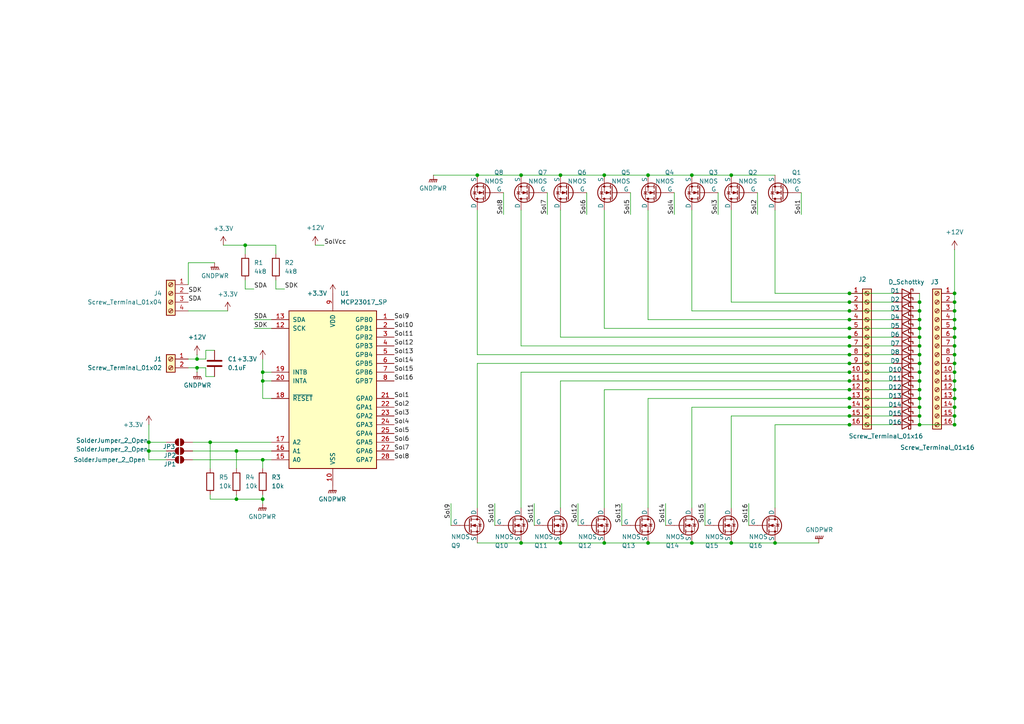
<source format=kicad_sch>
(kicad_sch (version 20250114) (generator "eeschema") (generator_version "9.0")
  (paper "A4")
  (lib_symbols
    (symbol "Connector:Screw_Terminal_01x02" (pin_names (offset 1.016) (hide yes))
      (property "Reference" "J" (at 0 2.54 0))
      (property "Value" "Screw_Terminal_01x02" (at 0 -5.08 0))
      (symbol "Screw_Terminal_01x02_1_1"
        (rectangle (start -1.27 1.27) (end 1.27 -3.81) (stroke (width 0.254)) (fill (type background)))
        (polyline (pts (xy -0.5334 0.3302) (xy 0.3302 -0.508)) (stroke (width 0.1524)))
        (polyline (pts (xy -0.5334 -2.2098) (xy 0.3302 -3.048)) (stroke (width 0.1524)))
        (polyline (pts (xy -0.3556 0.508) (xy 0.508 -0.3302)) (stroke (width 0.1524)))
        (polyline (pts (xy -0.3556 -2.032) (xy 0.508 -2.8702)) (stroke (width 0.1524)))
        (circle (center 0 0) (radius 0.635) (stroke (width 0.1524)))
        (circle (center 0 -2.54) (radius 0.635) (stroke (width 0.1524)))
        (pin passive line (at -5.08 0 0) (length 3.81) (name "Pin_1") (number "1"))
        (pin passive line (at -5.08 -2.54 0) (length 3.81) (name "Pin_2") (number "2"))
      )
    )
    (symbol "Connector:Screw_Terminal_01x04" (pin_names (offset 1.016) (hide yes))
      (property "Reference" "J" (at 0 5.08 0))
      (property "Value" "Screw_Terminal_01x04" (at 0 -7.62 0))
      (symbol "Screw_Terminal_01x04_1_1"
        (rectangle (start -1.27 3.81) (end 1.27 -6.35) (stroke (width 0.254)) (fill (type background)))
        (polyline (pts (xy -0.5334 2.8702) (xy 0.3302 2.032)) (stroke (width 0.1524)))
        (polyline (pts (xy -0.5334 0.3302) (xy 0.3302 -0.508)) (stroke (width 0.1524)))
        (polyline (pts (xy -0.5334 -2.2098) (xy 0.3302 -3.048)) (stroke (width 0.1524)))
        (polyline (pts (xy -0.5334 -4.7498) (xy 0.3302 -5.588)) (stroke (width 0.1524)))
        (polyline (pts (xy -0.3556 3.048) (xy 0.508 2.2098)) (stroke (width 0.1524)))
        (polyline (pts (xy -0.3556 0.508) (xy 0.508 -0.3302)) (stroke (width 0.1524)))
        (polyline (pts (xy -0.3556 -2.032) (xy 0.508 -2.8702)) (stroke (width 0.1524)))
        (polyline (pts (xy -0.3556 -4.572) (xy 0.508 -5.4102)) (stroke (width 0.1524)))
        (circle (center 0 2.54) (radius 0.635) (stroke (width 0.1524)))
        (circle (center 0 0) (radius 0.635) (stroke (width 0.1524)))
        (circle (center 0 -2.54) (radius 0.635) (stroke (width 0.1524)))
        (circle (center 0 -5.08) (radius 0.635) (stroke (width 0.1524)))
        (pin passive line (at -5.08 2.54 0) (length 3.81) (name "Pin_1") (number "1"))
        (pin passive line (at -5.08 0 0) (length 3.81) (name "Pin_2") (number "2"))
        (pin passive line (at -5.08 -2.54 0) (length 3.81) (name "Pin_3") (number "3"))
        (pin passive line (at -5.08 -5.08 0) (length 3.81) (name "Pin_4") (number "4"))
      )
    )
    (symbol "Connector:Screw_Terminal_01x16" (pin_names (offset 1.016) (hide yes))
      (property "Reference" "J" (at 0 20.32 0))
      (property "Value" "Screw_Terminal_01x16" (at 0 -22.86 0))
      (symbol "Screw_Terminal_01x16_1_1"
        (rectangle (start -1.27 19.05) (end 1.27 -21.59) (stroke (width 0.254)) (fill (type background)))
        (polyline (pts (xy -0.5334 18.1102) (xy 0.3302 17.272)) (stroke (width 0.1524)))
        (polyline (pts (xy -0.5334 15.5702) (xy 0.3302 14.732)) (stroke (width 0.1524)))
        (polyline (pts (xy -0.5334 13.0302) (xy 0.3302 12.192)) (stroke (width 0.1524)))
        (polyline (pts (xy -0.5334 10.4902) (xy 0.3302 9.652)) (stroke (width 0.1524)))
        (polyline (pts (xy -0.5334 7.9502) (xy 0.3302 7.112)) (stroke (width 0.1524)))
        (polyline (pts (xy -0.5334 5.4102) (xy 0.3302 4.572)) (stroke (width 0.1524)))
        (polyline (pts (xy -0.5334 2.8702) (xy 0.3302 2.032)) (stroke (width 0.1524)))
        (polyline (pts (xy -0.5334 0.3302) (xy 0.3302 -0.508)) (stroke (width 0.1524)))
        (polyline (pts (xy -0.5334 -2.2098) (xy 0.3302 -3.048)) (stroke (width 0.1524)))
        (polyline (pts (xy -0.5334 -4.7498) (xy 0.3302 -5.588)) (stroke (width 0.1524)))
        (polyline (pts (xy -0.5334 -7.2898) (xy 0.3302 -8.128)) (stroke (width 0.1524)))
        (polyline (pts (xy -0.5334 -9.8298) (xy 0.3302 -10.668)) (stroke (width 0.1524)))
        (polyline (pts (xy -0.5334 -12.3698) (xy 0.3302 -13.208)) (stroke (width 0.1524)))
        (polyline (pts (xy -0.5334 -14.9098) (xy 0.3302 -15.748)) (stroke (width 0.1524)))
        (polyline (pts (xy -0.5334 -17.4498) (xy 0.3302 -18.288)) (stroke (width 0.1524)))
        (polyline (pts (xy -0.5334 -19.9898) (xy 0.3302 -20.828)) (stroke (width 0.1524)))
        (polyline (pts (xy -0.3556 18.288) (xy 0.508 17.4498)) (stroke (width 0.1524)))
        (polyline (pts (xy -0.3556 15.748) (xy 0.508 14.9098)) (stroke (width 0.1524)))
        (polyline (pts (xy -0.3556 13.208) (xy 0.508 12.3698)) (stroke (width 0.1524)))
        (polyline (pts (xy -0.3556 10.668) (xy 0.508 9.8298)) (stroke (width 0.1524)))
        (polyline (pts (xy -0.3556 8.128) (xy 0.508 7.2898)) (stroke (width 0.1524)))
        (polyline (pts (xy -0.3556 5.588) (xy 0.508 4.7498)) (stroke (width 0.1524)))
        (polyline (pts (xy -0.3556 3.048) (xy 0.508 2.2098)) (stroke (width 0.1524)))
        (polyline (pts (xy -0.3556 0.508) (xy 0.508 -0.3302)) (stroke (width 0.1524)))
        (polyline (pts (xy -0.3556 -2.032) (xy 0.508 -2.8702)) (stroke (width 0.1524)))
        (polyline (pts (xy -0.3556 -4.572) (xy 0.508 -5.4102)) (stroke (width 0.1524)))
        (polyline (pts (xy -0.3556 -7.112) (xy 0.508 -7.9502)) (stroke (width 0.1524)))
        (polyline (pts (xy -0.3556 -9.652) (xy 0.508 -10.4902)) (stroke (width 0.1524)))
        (polyline (pts (xy -0.3556 -12.192) (xy 0.508 -13.0302)) (stroke (width 0.1524)))
        (polyline (pts (xy -0.3556 -14.732) (xy 0.508 -15.5702)) (stroke (width 0.1524)))
        (polyline (pts (xy -0.3556 -17.272) (xy 0.508 -18.1102)) (stroke (width 0.1524)))
        (polyline (pts (xy -0.3556 -19.812) (xy 0.508 -20.6502)) (stroke (width 0.1524)))
        (circle (center 0 17.78) (radius 0.635) (stroke (width 0.1524)))
        (circle (center 0 15.24) (radius 0.635) (stroke (width 0.1524)))
        (circle (center 0 12.7) (radius 0.635) (stroke (width 0.1524)))
        (circle (center 0 10.16) (radius 0.635) (stroke (width 0.1524)))
        (circle (center 0 7.62) (radius 0.635) (stroke (width 0.1524)))
        (circle (center 0 5.08) (radius 0.635) (stroke (width 0.1524)))
        (circle (center 0 2.54) (radius 0.635) (stroke (width 0.1524)))
        (circle (center 0 0) (radius 0.635) (stroke (width 0.1524)))
        (circle (center 0 -2.54) (radius 0.635) (stroke (width 0.1524)))
        (circle (center 0 -5.08) (radius 0.635) (stroke (width 0.1524)))
        (circle (center 0 -7.62) (radius 0.635) (stroke (width 0.1524)))
        (circle (center 0 -10.16) (radius 0.635) (stroke (width 0.1524)))
        (circle (center 0 -12.7) (radius 0.635) (stroke (width 0.1524)))
        (circle (center 0 -15.24) (radius 0.635) (stroke (width 0.1524)))
        (circle (center 0 -17.78) (radius 0.635) (stroke (width 0.1524)))
        (circle (center 0 -20.32) (radius 0.635) (stroke (width 0.1524)))
        (pin passive line (at -5.08 17.78 0) (length 3.81) (name "Pin_1") (number "1"))
        (pin passive line (at -5.08 15.24 0) (length 3.81) (name "Pin_2") (number "2"))
        (pin passive line (at -5.08 12.7 0) (length 3.81) (name "Pin_3") (number "3"))
        (pin passive line (at -5.08 10.16 0) (length 3.81) (name "Pin_4") (number "4"))
        (pin passive line (at -5.08 7.62 0) (length 3.81) (name "Pin_5") (number "5"))
        (pin passive line (at -5.08 5.08 0) (length 3.81) (name "Pin_6") (number "6"))
        (pin passive line (at -5.08 2.54 0) (length 3.81) (name "Pin_7") (number "7"))
        (pin passive line (at -5.08 0 0) (length 3.81) (name "Pin_8") (number "8"))
        (pin passive line (at -5.08 -2.54 0) (length 3.81) (name "Pin_9") (number "9"))
        (pin passive line (at -5.08 -5.08 0) (length 3.81) (name "Pin_10") (number "10"))
        (pin passive line (at -5.08 -7.62 0) (length 3.81) (name "Pin_11") (number "11"))
        (pin passive line (at -5.08 -10.16 0) (length 3.81) (name "Pin_12") (number "12"))
        (pin passive line (at -5.08 -12.7 0) (length 3.81) (name "Pin_13") (number "13"))
        (pin passive line (at -5.08 -15.24 0) (length 3.81) (name "Pin_14") (number "14"))
        (pin passive line (at -5.08 -17.78 0) (length 3.81) (name "Pin_15") (number "15"))
        (pin passive line (at -5.08 -20.32 0) (length 3.81) (name "Pin_16") (number "16"))
      )
    )
    (symbol "Device:C" (pin_numbers (hide yes)) (pin_names (offset 0.254))
      (property "Reference" "C2" (at 0.635 2.54 0))
      (property "Value" "0.1uF" (at 0.635 -2.54 0))
      (symbol "C_0_1"
        (polyline (pts (xy -2.032 0.762) (xy 2.032 0.762)) (stroke (width 0.508)))
        (polyline (pts (xy -2.032 -0.762) (xy 2.032 -0.762)) (stroke (width 0.508)))
      )
      (symbol "C_1_1"
        (pin passive line (at 0 3.81 270) (length 2.794) (name "~") (number "1"))
        (pin passive line (at 0 -3.81 90) (length 2.794) (name "~") (number "2"))
      )
    )
    (symbol "Device:D_Schottky" (pin_numbers (hide yes)) (pin_names (offset 1.016) (hide yes))
      (property "Reference" "D" (at 0 2.54 0))
      (property "Value" "D_Schottky" (at 0 -2.54 0))
      (symbol "D_Schottky_0_1"
        (polyline (pts (xy -1.905 0.635) (xy -1.905 1.27) (xy -1.27 1.27) (xy -1.27 -1.27) (xy -0.635 -1.27) (xy -0.635 -0.635)) (stroke (width 0.254)))
        (polyline (pts (xy 1.27 1.27) (xy 1.27 -1.27) (xy -1.27 0) (xy 1.27 1.27)) (stroke (width 0.254)))
        (polyline (pts (xy 1.27 0) (xy -1.27 0)))
      )
      (symbol "D_Schottky_1_1"
        (pin passive line (at -3.81 0 0) (length 2.54) (name "K") (number "1"))
        (pin passive line (at 3.81 0 180) (length 2.54) (name "A") (number "2"))
      )
    )
    (symbol "Device:R" (pin_numbers (hide yes)) (pin_names (offset 0))
      (property "Reference" "33k" (at 4.064 -0.254 0))
      (property "Value" "R4" (at 3.81 1.778 0))
      (symbol "R_0_1"
        (rectangle (start -1.016 2.54) (end 1.016 -2.54) (stroke (width 0.254)))
      )
      (symbol "R_1_1"
        (pin passive line (at 0 3.81 270) (length 1.27) (name "~") (number "1"))
        (pin passive line (at 0 -3.81 90) (length 1.27) (name "~") (number "2"))
      )
    )
    (symbol "Interface_Expansion:MCP23017_SP" (pin_names (offset 1.016))
      (property "Reference" "U" (at -11.43 24.13 0))
      (property "Value" "MCP23017_SP" (at 0 0 0))
      (symbol "MCP23017_SP_0_1"
        (rectangle (start -12.7 22.86) (end 12.7 -22.86) (stroke (width 0.254)) (fill (type background)))
      )
      (symbol "MCP23017_SP_1_1"
        (pin bidirectional line (at -17.78 20.32 0) (length 5.08) (name "SDA") (number "13"))
        (pin input line (at -17.78 17.78 0) (length 5.08) (name "SCK") (number "12"))
        (pin tri_state line (at -17.78 5.08 0) (length 5.08) (name "INTB") (number "19"))
        (pin tri_state line (at -17.78 2.54 0) (length 5.08) (name "INTA") (number "20"))
        (pin input line (at -17.78 -2.54 0) (length 5.08) (name "~{RESET}") (number "18"))
        (pin input line (at -17.78 -15.24 0) (length 5.08) (name "A2") (number "17"))
        (pin input line (at -17.78 -17.78 0) (length 5.08) (name "A1") (number "16"))
        (pin input line (at -17.78 -20.32 0) (length 5.08) (name "A0") (number "15"))
        (pin no_connect line (at -12.7 15.24 0) (length 5.08) (hide yes) (name "NC") (number "11"))
        (pin no_connect line (at -12.7 12.7 0) (length 5.08) (hide yes) (name "NC") (number "14"))
        (pin power_in line (at 0 27.94 270) (length 5.08) (name "VDD") (number "9"))
        (pin power_in line (at 0 -27.94 90) (length 5.08) (name "VSS") (number "10"))
        (pin bidirectional line (at 17.78 20.32 180) (length 5.08) (name "GPB0") (number "1"))
        (pin bidirectional line (at 17.78 17.78 180) (length 5.08) (name "GPB1") (number "2"))
        (pin bidirectional line (at 17.78 15.24 180) (length 5.08) (name "GPB2") (number "3"))
        (pin bidirectional line (at 17.78 12.7 180) (length 5.08) (name "GPB3") (number "4"))
        (pin bidirectional line (at 17.78 10.16 180) (length 5.08) (name "GPB4") (number "5"))
        (pin bidirectional line (at 17.78 7.62 180) (length 5.08) (name "GPB5") (number "6"))
        (pin bidirectional line (at 17.78 5.08 180) (length 5.08) (name "GPB6") (number "7"))
        (pin output line (at 17.78 2.54 180) (length 5.08) (name "GPB7") (number "8"))
        (pin bidirectional line (at 17.78 -2.54 180) (length 5.08) (name "GPA0") (number "21"))
        (pin bidirectional line (at 17.78 -5.08 180) (length 5.08) (name "GPA1") (number "22"))
        (pin bidirectional line (at 17.78 -7.62 180) (length 5.08) (name "GPA2") (number "23"))
        (pin bidirectional line (at 17.78 -10.16 180) (length 5.08) (name "GPA3") (number "24"))
        (pin bidirectional line (at 17.78 -12.7 180) (length 5.08) (name "GPA4") (number "25"))
        (pin bidirectional line (at 17.78 -15.24 180) (length 5.08) (name "GPA5") (number "26"))
        (pin bidirectional line (at 17.78 -17.78 180) (length 5.08) (name "GPA6") (number "27"))
        (pin output line (at 17.78 -20.32 180) (length 5.08) (name "GPA7") (number "28"))
      )
    )
    (symbol "Jumper:SolderJumper_2_Open" (pin_numbers (hide yes)) (pin_names (offset 0) (hide yes)) (in_bom no)
      (property "Reference" "JP" (at 0 2.032 0))
      (property "Value" "SolderJumper_2_Open" (at 0 -2.54 0))
      (symbol "SolderJumper_2_Open_0_1"
        (polyline (pts (xy -0.254 1.016) (xy -0.254 -1.016)))
        (arc (start -0.254 -1.016) (mid -1.2656 0) (end -0.254 1.016))
        (arc (start -0.254 -1.016) (mid -1.2656 0) (end -0.254 1.016) (fill (type outline)))
        (arc (start 0.254 1.016) (mid 1.2656 0) (end 0.254 -1.016))
        (arc (start 0.254 1.016) (mid 1.2656 0) (end 0.254 -1.016) (fill (type outline)))
        (polyline (pts (xy 0.254 1.016) (xy 0.254 -1.016)))
      )
      (symbol "SolderJumper_2_Open_1_1"
        (pin passive line (at -3.81 0 0) (length 2.54) (name "A") (number "1"))
        (pin passive line (at 3.81 0 180) (length 2.54) (name "B") (number "2"))
      )
    )
    (symbol "Simulation_SPICE:NMOS" (pin_numbers (hide yes)) (pin_names (offset 0))
      (property "Reference" "Q" (at 5.08 1.27 0))
      (property "Value" "NMOS" (at 5.08 -1.27 0))
      (symbol "NMOS_0_1"
        (polyline (pts (xy 0.254 1.905) (xy 0.254 -1.905)) (stroke (width 0.254)))
        (polyline (pts (xy 0.254 0) (xy -2.54 0)))
        (polyline (pts (xy 0.762 2.286) (xy 0.762 1.27)) (stroke (width 0.254)))
        (polyline (pts (xy 0.762 0.508) (xy 0.762 -0.508)) (stroke (width 0.254)))
        (polyline (pts (xy 0.762 -1.27) (xy 0.762 -2.286)) (stroke (width 0.254)))
        (polyline (pts (xy 0.762 -1.778) (xy 3.302 -1.778) (xy 3.302 1.778) (xy 0.762 1.778)))
        (polyline (pts (xy 1.016 0) (xy 2.032 0.381) (xy 2.032 -0.381) (xy 1.016 0)) (fill (type outline)))
        (circle (center 1.651 0) (radius 2.794) (stroke (width 0.254)))
        (polyline (pts (xy 2.54 2.54) (xy 2.54 1.778)))
        (circle (center 2.54 1.778) (radius 0.254) (fill (type outline)))
        (circle (center 2.54 -1.778) (radius 0.254) (fill (type outline)))
        (polyline (pts (xy 2.54 -2.54) (xy 2.54 0) (xy 0.762 0)))
        (polyline (pts (xy 2.794 0.508) (xy 2.921 0.381) (xy 3.683 0.381) (xy 3.81 0.254)))
        (polyline (pts (xy 3.302 0.381) (xy 2.921 -0.254) (xy 3.683 -0.254) (xy 3.302 0.381)))
      )
      (symbol "NMOS_1_1"
        (pin input line (at -5.08 0 0) (length 2.54) (name "G") (number "2"))
        (pin passive line (at 2.54 5.08 270) (length 2.54) (name "D") (number "1"))
        (pin passive line (at 2.54 -5.08 90) (length 2.54) (name "S") (number "3"))
      )
    )
    (symbol "power:+12V" (power) (pin_numbers (hide yes)) (pin_names (offset 0) (hide yes))
      (property "Value" "+12V" (at 0 3.556 0))
      (symbol "+12V_0_1"
        (polyline (pts (xy -0.762 1.27) (xy 0 2.54)))
        (polyline (pts (xy 0 2.54) (xy 0.762 1.27)))
        (polyline (pts (xy 0 0) (xy 0 2.54)))
      )
      (symbol "+12V_1_1"
        (pin power_in line (at 0 0 90) (length 0) (name "~") (number "1"))
      )
    )
    (symbol "power:+3.3V" (power) (pin_numbers (hide yes)) (pin_names (offset 0) (hide yes))
      (property "Value" "+3.3V" (at 0 3.556 0))
      (symbol "+3.3V_0_1"
        (polyline (pts (xy -0.762 1.27) (xy 0 2.54)))
        (polyline (pts (xy 0 2.54) (xy 0.762 1.27)))
        (polyline (pts (xy 0 0) (xy 0 2.54)))
      )
      (symbol "+3.3V_1_1"
        (pin power_in line (at 0 0 90) (length 0) (name "~") (number "1"))
      )
    )
    (symbol "power:GNDPWR" (power) (pin_numbers (hide yes)) (pin_names (offset 0) (hide yes))
      (property "Value" "GNDPWR" (at 0 -3.302 0))
      (symbol "GNDPWR_0_1"
        (polyline (pts (xy -1.016 -1.27) (xy -1.27 -2.032) (xy -1.27 -2.032)) (stroke (width 0.2032)))
        (polyline (pts (xy -0.508 -1.27) (xy -0.762 -2.032) (xy -0.762 -2.032)) (stroke (width 0.2032)))
        (polyline (pts (xy 0 -1.27) (xy 0 0)))
        (polyline (pts (xy 0 -1.27) (xy -0.254 -2.032) (xy -0.254 -2.032)) (stroke (width 0.2032)))
        (polyline (pts (xy 0.508 -1.27) (xy 0.254 -2.032) (xy 0.254 -2.032)) (stroke (width 0.2032)))
        (polyline (pts (xy 1.016 -1.27) (xy -1.016 -1.27) (xy -1.016 -1.27)) (stroke (width 0.2032)))
        (polyline (pts (xy 1.016 -1.27) (xy 0.762 -2.032) (xy 0.762 -2.032) (xy 0.762 -2.032)) (stroke (width 0.2032)))
      )
      (symbol "GNDPWR_1_1"
        (pin power_in line (at 0 0 270) (length 0) (name "~") (number "1"))
      )
    )
  )
  (junction (at 276.86 100.33))
  (junction (at 246.38 90.17))
  (junction (at 76.2 144.78))
  (junction (at 276.86 107.95))
  (junction (at 266.7 97.79))
  (junction (at 276.86 102.87))
  (junction (at 266.7 92.71))
  (junction (at 276.86 85.09))
  (junction (at 246.38 105.41))
  (junction (at 276.86 110.49))
  (junction (at 76.2 107.95))
  (junction (at 276.86 95.25))
  (junction (at 43.18 130.81))
  (junction (at 246.38 87.63))
  (junction (at 266.7 105.41))
  (junction (at 60.96 128.27))
  (junction (at 68.58 130.81))
  (junction (at 276.86 120.65))
  (junction (at 151.13 157.48))
  (junction (at 246.38 120.65))
  (junction (at 76.2 110.49))
  (junction (at 212.09 157.48))
  (junction (at 266.7 118.11))
  (junction (at 246.38 115.57))
  (junction (at 68.58 144.78))
  (junction (at 246.38 92.71))
  (junction (at 200.66 50.8))
  (junction (at 246.38 85.09))
  (junction (at 276.86 113.03))
  (junction (at 246.38 97.79))
  (junction (at 212.09 50.8))
  (junction (at 175.26 157.48))
  (junction (at 266.7 107.95))
  (junction (at 187.96 50.8))
  (junction (at 266.7 120.65))
  (junction (at 76.2 133.35))
  (junction (at 266.7 110.49))
  (junction (at 200.66 157.48))
  (junction (at 276.86 118.11))
  (junction (at 276.86 123.19))
  (junction (at 162.56 157.48))
  (junction (at 266.7 123.19))
  (junction (at 187.96 157.48))
  (junction (at 246.38 107.95))
  (junction (at 246.38 100.33))
  (junction (at 246.38 102.87))
  (junction (at 43.18 128.27))
  (junction (at 266.7 90.17))
  (junction (at 151.13 50.8))
  (junction (at 71.12 71.12))
  (junction (at 266.7 115.57))
  (junction (at 276.86 87.63))
  (junction (at 276.86 115.57))
  (junction (at 266.7 100.33))
  (junction (at 57.15 104.14))
  (junction (at 175.26 50.8))
  (junction (at 246.38 113.03))
  (junction (at 246.38 123.19))
  (junction (at 224.79 157.48))
  (junction (at 138.43 50.8))
  (junction (at 162.56 50.8))
  (junction (at 266.7 95.25))
  (junction (at 276.86 105.41))
  (junction (at 246.38 110.49))
  (junction (at 276.86 92.71))
  (junction (at 246.38 118.11))
  (junction (at 57.15 106.68))
  (junction (at 276.86 97.79))
  (junction (at 266.7 102.87))
  (junction (at 266.7 113.03))
  (junction (at 246.38 95.25))
  (junction (at 266.7 87.63))
  (junction (at 276.86 90.17))
  (wire (pts (xy 276.86 100.33) (xy 276.86 102.87)))
  (wire (pts (xy 200.66 90.17) (xy 246.38 90.17)))
  (wire (pts (xy 76.2 133.35) (xy 76.2 135.89)))
  (wire (pts (xy 68.58 130.81) (xy 78.74 130.81)))
  (wire (pts (xy 80.01 73.66) (xy 80.01 71.12)))
  (wire (pts (xy 76.2 133.35) (xy 78.74 133.35)))
  (wire (pts (xy 167.64 146.05) (xy 167.64 152.4)))
  (wire (pts (xy 54.61 106.68) (xy 57.15 106.68)))
  (wire (pts (xy 43.18 123.19) (xy 43.18 128.27)))
  (wire (pts (xy 246.38 107.95) (xy 259.08 107.95)))
  (wire (pts (xy 54.61 90.17) (xy 66.04 90.17)))
  (wire (pts (xy 195.58 62.23) (xy 195.58 55.88)))
  (wire (pts (xy 78.74 115.57) (xy 76.2 115.57)))
  (wire (pts (xy 276.86 102.87) (xy 276.86 105.41)))
  (wire (pts (xy 187.96 147.32) (xy 187.96 115.57)))
  (wire (pts (xy 55.88 133.35) (xy 76.2 133.35)))
  (wire (pts (xy 266.7 97.79) (xy 266.7 100.33)))
  (wire (pts (xy 246.38 90.17) (xy 259.08 90.17)))
  (wire (pts (xy 276.86 115.57) (xy 276.86 118.11)))
  (wire (pts (xy 68.58 130.81) (xy 68.58 135.89)))
  (wire (pts (xy 224.79 123.19) (xy 246.38 123.19)))
  (wire (pts (xy 246.38 85.09) (xy 259.08 85.09)))
  (wire (pts (xy 138.43 157.48) (xy 151.13 157.48)))
  (wire (pts (xy 162.56 50.8) (xy 151.13 50.8)))
  (wire (pts (xy 200.66 60.96) (xy 200.66 90.17)))
  (wire (pts (xy 246.38 115.57) (xy 259.08 115.57)))
  (wire (pts (xy 59.69 101.6) (xy 59.69 104.14)))
  (wire (pts (xy 138.43 50.8) (xy 125.73 50.8)))
  (wire (pts (xy 224.79 123.19) (xy 224.79 147.32)))
  (wire (pts (xy 187.96 157.48) (xy 200.66 157.48)))
  (wire (pts (xy 276.86 118.11) (xy 276.86 120.65)))
  (wire (pts (xy 266.7 107.95) (xy 266.7 110.49)))
  (wire (pts (xy 246.38 87.63) (xy 259.08 87.63)))
  (wire (pts (xy 276.86 85.09) (xy 276.86 87.63)))
  (wire (pts (xy 162.56 110.49) (xy 246.38 110.49)))
  (wire (pts (xy 76.2 144.78) (xy 76.2 146.05)))
  (wire (pts (xy 246.38 110.49) (xy 259.08 110.49)))
  (wire (pts (xy 266.7 118.11) (xy 266.7 120.65)))
  (wire (pts (xy 43.18 133.35) (xy 43.18 130.81)))
  (wire (pts (xy 200.66 157.48) (xy 212.09 157.48)))
  (wire (pts (xy 246.38 118.11) (xy 259.08 118.11)))
  (wire (pts (xy 60.96 128.27) (xy 78.74 128.27)))
  (wire (pts (xy 266.7 85.09) (xy 266.7 87.63)))
  (wire (pts (xy 78.74 110.49) (xy 76.2 110.49)))
  (wire (pts (xy 151.13 157.48) (xy 162.56 157.48)))
  (wire (pts (xy 43.18 133.35) (xy 48.26 133.35)))
  (wire (pts (xy 138.43 60.96) (xy 138.43 102.87)))
  (wire (pts (xy 80.01 71.12) (xy 71.12 71.12)))
  (wire (pts (xy 175.26 50.8) (xy 162.56 50.8)))
  (wire (pts (xy 246.38 100.33) (xy 259.08 100.33)))
  (wire (pts (xy 276.86 97.79) (xy 276.86 100.33)))
  (wire (pts (xy 175.26 95.25) (xy 246.38 95.25)))
  (wire (pts (xy 276.86 107.95) (xy 276.86 110.49)))
  (wire (pts (xy 43.18 128.27) (xy 48.26 128.27)))
  (wire (pts (xy 68.58 144.78) (xy 76.2 144.78)))
  (wire (pts (xy 151.13 107.95) (xy 246.38 107.95)))
  (wire (pts (xy 200.66 118.11) (xy 200.66 147.32)))
  (wire (pts (xy 71.12 83.82) (xy 73.66 83.82)))
  (wire (pts (xy 59.69 109.22) (xy 59.69 106.68)))
  (wire (pts (xy 266.7 87.63) (xy 266.7 90.17)))
  (wire (pts (xy 55.88 128.27) (xy 60.96 128.27)))
  (wire (pts (xy 193.04 146.05) (xy 193.04 152.4)))
  (wire (pts (xy 57.15 102.87) (xy 57.15 104.14)))
  (wire (pts (xy 187.96 60.96) (xy 187.96 92.71)))
  (wire (pts (xy 266.7 100.33) (xy 266.7 102.87)))
  (wire (pts (xy 246.38 97.79) (xy 259.08 97.79)))
  (wire (pts (xy 187.96 115.57) (xy 246.38 115.57)))
  (wire (pts (xy 266.7 110.49) (xy 266.7 113.03)))
  (wire (pts (xy 80.01 83.82) (xy 82.55 83.82)))
  (wire (pts (xy 62.23 101.6) (xy 59.69 101.6)))
  (wire (pts (xy 200.66 118.11) (xy 246.38 118.11)))
  (wire (pts (xy 62.23 109.22) (xy 59.69 109.22)))
  (wire (pts (xy 76.2 115.57) (xy 76.2 110.49)))
  (wire (pts (xy 246.38 113.03) (xy 259.08 113.03)))
  (wire (pts (xy 76.2 110.49) (xy 76.2 107.95)))
  (wire (pts (xy 55.88 130.81) (xy 68.58 130.81)))
  (wire (pts (xy 246.38 102.87) (xy 259.08 102.87)))
  (wire (pts (xy 158.75 62.23) (xy 158.75 55.88)))
  (wire (pts (xy 54.61 82.55) (xy 54.61 76.2)))
  (wire (pts (xy 276.86 92.71) (xy 276.86 95.25)))
  (wire (pts (xy 146.05 62.23) (xy 146.05 55.88)))
  (wire (pts (xy 224.79 85.09) (xy 246.38 85.09)))
  (wire (pts (xy 162.56 147.32) (xy 162.56 110.49)))
  (wire (pts (xy 187.96 50.8) (xy 175.26 50.8)))
  (wire (pts (xy 200.66 50.8) (xy 187.96 50.8)))
  (wire (pts (xy 246.38 92.71) (xy 259.08 92.71)))
  (wire (pts (xy 212.09 60.96) (xy 212.09 87.63)))
  (wire (pts (xy 151.13 147.32) (xy 151.13 107.95)))
  (wire (pts (xy 246.38 123.19) (xy 259.08 123.19)))
  (wire (pts (xy 246.38 95.25) (xy 259.08 95.25)))
  (wire (pts (xy 162.56 157.48) (xy 175.26 157.48)))
  (wire (pts (xy 73.66 92.71) (xy 78.74 92.71)))
  (wire (pts (xy 219.71 62.23) (xy 219.71 55.88)))
  (wire (pts (xy 266.7 102.87) (xy 266.7 105.41)))
  (wire (pts (xy 212.09 120.65) (xy 246.38 120.65)))
  (wire (pts (xy 180.34 146.05) (xy 180.34 152.4)))
  (wire (pts (xy 43.18 130.81) (xy 43.18 128.27)))
  (wire (pts (xy 59.69 106.68) (xy 57.15 106.68)))
  (wire (pts (xy 60.96 128.27) (xy 60.96 135.89)))
  (wire (pts (xy 276.86 105.41) (xy 276.86 107.95)))
  (wire (pts (xy 224.79 50.8) (xy 212.09 50.8)))
  (wire (pts (xy 64.77 71.12) (xy 71.12 71.12)))
  (wire (pts (xy 187.96 92.71) (xy 246.38 92.71)))
  (wire (pts (xy 162.56 60.96) (xy 162.56 97.79)))
  (wire (pts (xy 138.43 105.41) (xy 246.38 105.41)))
  (wire (pts (xy 276.86 110.49) (xy 276.86 113.03)))
  (wire (pts (xy 60.96 143.51) (xy 60.96 144.78)))
  (wire (pts (xy 57.15 106.68) (xy 57.15 107.95)))
  (wire (pts (xy 224.79 157.48) (xy 237.49 157.48)))
  (wire (pts (xy 170.18 62.23) (xy 170.18 55.88)))
  (wire (pts (xy 71.12 71.12) (xy 71.12 73.66)))
  (wire (pts (xy 266.7 113.03) (xy 266.7 115.57)))
  (wire (pts (xy 175.26 60.96) (xy 175.26 95.25)))
  (wire (pts (xy 276.86 87.63) (xy 276.86 90.17)))
  (wire (pts (xy 76.2 143.51) (xy 76.2 144.78)))
  (wire (pts (xy 154.94 146.05) (xy 154.94 152.4)))
  (wire (pts (xy 73.66 95.25) (xy 78.74 95.25)))
  (wire (pts (xy 224.79 60.96) (xy 224.79 85.09)))
  (wire (pts (xy 175.26 113.03) (xy 246.38 113.03)))
  (wire (pts (xy 76.2 107.95) (xy 76.2 104.14)))
  (wire (pts (xy 266.7 105.41) (xy 266.7 107.95)))
  (wire (pts (xy 59.69 104.14) (xy 57.15 104.14)))
  (wire (pts (xy 57.15 104.14) (xy 54.61 104.14)))
  (wire (pts (xy 151.13 50.8) (xy 138.43 50.8)))
  (wire (pts (xy 54.61 76.2) (xy 62.23 76.2)))
  (wire (pts (xy 78.74 107.95) (xy 76.2 107.95)))
  (wire (pts (xy 130.81 146.05) (xy 130.81 152.4)))
  (wire (pts (xy 246.38 120.65) (xy 259.08 120.65)))
  (wire (pts (xy 204.47 146.05) (xy 204.47 152.4)))
  (wire (pts (xy 60.96 144.78) (xy 68.58 144.78)))
  (wire (pts (xy 175.26 157.48) (xy 187.96 157.48)))
  (wire (pts (xy 151.13 100.33) (xy 246.38 100.33)))
  (wire (pts (xy 212.09 157.48) (xy 224.79 157.48)))
  (wire (pts (xy 212.09 50.8) (xy 200.66 50.8)))
  (wire (pts (xy 266.7 90.17) (xy 266.7 92.71)))
  (wire (pts (xy 208.28 62.23) (xy 208.28 55.88)))
  (wire (pts (xy 276.86 120.65) (xy 276.86 123.19)))
  (wire (pts (xy 138.43 147.32) (xy 138.43 105.41)))
  (wire (pts (xy 212.09 120.65) (xy 212.09 147.32)))
  (wire (pts (xy 43.18 130.81) (xy 48.26 130.81)))
  (wire (pts (xy 232.41 62.23) (xy 232.41 55.88)))
  (wire (pts (xy 68.58 143.51) (xy 68.58 144.78)))
  (wire (pts (xy 276.86 113.03) (xy 276.86 115.57)))
  (wire (pts (xy 175.26 147.32) (xy 175.26 113.03)))
  (wire (pts (xy 246.38 105.41) (xy 259.08 105.41)))
  (wire (pts (xy 266.7 115.57) (xy 266.7 118.11)))
  (wire (pts (xy 276.86 95.25) (xy 276.86 97.79)))
  (wire (pts (xy 162.56 97.79) (xy 246.38 97.79)))
  (wire (pts (xy 276.86 90.17) (xy 276.86 92.71)))
  (wire (pts (xy 266.7 120.65) (xy 266.7 123.19)))
  (wire (pts (xy 71.12 81.28) (xy 71.12 83.82)))
  (wire (pts (xy 276.86 72.39) (xy 276.86 85.09)))
  (wire (pts (xy 91.44 71.12) (xy 93.98 71.12)))
  (wire (pts (xy 138.43 102.87) (xy 246.38 102.87)))
  (wire (pts (xy 151.13 60.96) (xy 151.13 100.33)))
  (wire (pts (xy 217.17 146.05) (xy 217.17 152.4)))
  (wire (pts (xy 80.01 81.28) (xy 80.01 83.82)))
  (wire (pts (xy 266.7 95.25) (xy 266.7 97.79)))
  (wire (pts (xy 266.7 92.71) (xy 266.7 95.25)))
  (wire (pts (xy 266.7 123.19) (xy 276.86 123.19)))
  (wire (pts (xy 212.09 87.63) (xy 246.38 87.63)))
  (wire (pts (xy 143.51 146.05) (xy 143.51 152.4)))
  (wire (pts (xy 182.88 62.23) (xy 182.88 55.88)))
  (label "SDA" (at 73.66 83.82 0))
  (label "Sol11" (at 114.3 97.79 0))
  (label "Sol11" (at 154.94 146.05 270))
  (label "Sol15" (at 114.3 107.95 0))
  (label "SDA" (at 73.66 92.71 0))
  (label "Sol5" (at 114.3 125.73 0))
  (label "Sol8" (at 114.3 133.35 0))
  (label "SolVcc" (at 93.98 71.12 0))
  (label "SDA" (at 54.61 87.63 0))
  (label "Sol2" (at 114.3 118.11 0))
  (label "Sol12" (at 167.64 146.05 270))
  (label "Sol7" (at 114.3 130.81 0))
  (label "Sol16" (at 114.3 110.49 0))
  (label "Sol9" (at 130.81 146.05 270))
  (label "Sol13" (at 180.34 146.05 270))
  (label "Sol4" (at 195.58 62.23 90))
  (label "Sol10" (at 114.3 95.25 0))
  (label "Sol14" (at 193.04 146.05 270))
  (label "SDK" (at 82.55 83.82 0))
  (label "SDK" (at 73.66 95.25 0))
  (label "Sol1" (at 232.41 62.23 90))
  (label "Sol1" (at 114.3 115.57 0))
  (label "Sol9" (at 114.3 92.71 0))
  (label "Sol6" (at 170.18 62.23 90))
  (label "Sol8" (at 146.05 62.23 90))
  (label "Sol4" (at 114.3 123.19 0))
  (label "Sol15" (at 204.47 146.05 270))
  (label "Sol3" (at 208.28 62.23 90))
  (label "Sol14" (at 114.3 105.41 0))
  (label "SDK" (at 54.61 85.09 0))
  (label "Sol10" (at 143.51 146.05 270))
  (label "Sol6" (at 114.3 128.27 0))
  (label "Sol3" (at 114.3 120.65 0))
  (label "Sol2" (at 219.71 62.23 90))
  (label "Sol13" (at 114.3 102.87 0))
  (label "Sol7" (at 158.75 62.23 90))
  (label "Sol5" (at 182.88 62.23 90))
  (label "Sol12" (at 114.3 100.33 0))
  (label "Sol16" (at 217.17 146.05 270))
  (symbol (lib_id "Simulation_SPICE:NMOS") (at 203.2 55.88 180) (unit 1)
    (property "Reference" "Q3" (at 208.28 50.038 0) (effects (justify left)))
    (property "Value" "NMOS" (at 208.28 52.578 0) (effects (justify left)))
    (property "Footprint" "Package_TO_SOT_THT:TO-220-3_Vertical" (effects (hide yes)))
    (property "Datasheet" "https://ngspice.sourceforge.io/docs/ngspice-html-manual/manual.xhtml#cha_MOSFETs" (effects (hide yes)))
    (property "Description" "N-MOSFET transistor, drain/source/gate" (effects (hide yes)))
    (property "Sim.Device" "NMOS" (effects (hide yes)))
    (property "Sim.Type" "VDMOS" (effects (hide yes)))
    (property "Sim.Pins" "1=D 2=G 3=S" (effects (hide yes)))
  )
  (symbol (lib_id "Device:D_Schottky") (at 262.89 107.95 0) (mirror y) (unit 1)
    (property "Reference" "D10" (at 259.588 107.188 0))
    (property "Value" "D_Schottky" (effects (hide yes)))
    (property "Footprint" "Diode_THT:D_DO-201AD_P12.70mm_Horizontal" (effects (hide yes)))
    (property "Description" "Schottky diode" (effects (hide yes)))
  )
  (symbol (lib_id "power:+3.3V") (at 66.04 90.17 0) (unit 1)
    (property "Reference" "#PWR010" (effects (hide yes)))
    (property "Value" "+3.3V" (at 66.04 85.344 0))
    (property "Description" "Power symbol creates a global label with name \"+3.3V\"" (effects (hide yes)))
  )
  (symbol (lib_id "Device:D_Schottky") (at 262.89 87.63 0) (mirror y) (unit 1)
    (property "Reference" "D2" (at 259.588 86.868 0))
    (property "Value" "D_Schottky" (effects (hide yes)))
    (property "Footprint" "Diode_THT:D_DO-201AD_P12.70mm_Horizontal" (effects (hide yes)))
    (property "Description" "Schottky diode" (effects (hide yes)))
  )
  (symbol (lib_id "Connector:Screw_Terminal_01x04") (at 49.53 85.09 0) (mirror y) (unit 1)
    (property "Reference" "J4" (at 46.99 85.0899 0) (effects (justify left)))
    (property "Value" "Screw_Terminal_01x04" (at 46.99 87.6299 0) (effects (justify left)))
    (property "Footprint" "Connector_PinSocket_2.54mm:PinSocket_1x04_P2.54mm_Vertical" (effects (hide yes)))
    (property "Description" "Generic screw terminal, single row, 01x04, script generated (kicad-library-utils/schlib/autogen/connector/)" (effects (hide yes)))
  )
  (symbol (lib_id "power:GNDPWR") (at 96.52 140.97 0) (unit 1)
    (property "Reference" "#PWR03" (effects (hide yes)))
    (property "Value" "GNDPWR" (at 96.393 144.78 0))
    (property "Description" "Power symbol creates a global label with name \"GNDPWR\" , global ground" (effects (hide yes)))
  )
  (symbol (lib_id "Device:D_Schottky") (at 262.89 100.33 0) (mirror y) (unit 1)
    (property "Reference" "D7" (at 259.588 99.568 0))
    (property "Value" "D_Schottky" (effects (hide yes)))
    (property "Footprint" "Diode_THT:D_DO-201AD_P12.70mm_Horizontal" (effects (hide yes)))
    (property "Description" "Schottky diode" (effects (hide yes)))
  )
  (symbol (lib_id "Device:D_Schottky") (at 262.89 90.17 0) (mirror y) (unit 1)
    (property "Reference" "D3" (at 259.588 89.408 0))
    (property "Value" "D_Schottky" (effects (hide yes)))
    (property "Footprint" "Diode_THT:D_DO-201AD_P12.70mm_Horizontal" (effects (hide yes)))
    (property "Description" "Schottky diode" (effects (hide yes)))
  )
  (symbol (lib_id "Jumper:SolderJumper_2_Open") (at 52.07 133.35 0) (unit 1) (in_bom no)
    (property "Reference" "JP1" (at 49.276 134.62 0))
    (property "Value" "SolderJumper_2_Open" (at 31.75 133.35 0))
    (property "Footprint" "Jumper:SolderJumper-2_P1.3mm_Open_TrianglePad1.0x1.5mm" (effects (hide yes)))
    (property "Description" "Solder Jumper, 2-pole, open" (effects (hide yes)))
  )
  (symbol (lib_id "Simulation_SPICE:NMOS") (at 135.89 152.4 0) (unit 1)
    (property "Reference" "Q9" (at 130.81 158.242 0) (effects (justify left)))
    (property "Value" "NMOS" (at 130.81 155.702 0) (effects (justify left)))
    (property "Footprint" "Package_TO_SOT_THT:TO-220-3_Vertical" (effects (hide yes)))
    (property "Datasheet" "https://ngspice.sourceforge.io/docs/ngspice-html-manual/manual.xhtml#cha_MOSFETs" (effects (hide yes)))
    (property "Description" "N-MOSFET transistor, drain/source/gate" (effects (hide yes)))
    (property "Sim.Device" "NMOS" (effects (hide yes)))
    (property "Sim.Type" "VDMOS" (effects (hide yes)))
    (property "Sim.Pins" "1=D 2=G 3=S" (effects (hide yes)))
  )
  (symbol (lib_id "power:+3.3V") (at 64.77 71.12 0) (unit 1)
    (property "Reference" "#PWR011" (effects (hide yes)))
    (property "Value" "+3.3V" (at 64.77 66.294 0))
    (property "Description" "Power symbol creates a global label with name \"+3.3V\"" (effects (hide yes)))
  )
  (symbol (lib_id "Device:R") (at 60.96 139.7 0) (unit 1)
    (property "Reference" "R5" (at 63.5 138.4299 0) (effects (justify left)))
    (property "Value" "10k" (at 63.5 140.9699 0) (effects (justify left)))
    (property "Footprint" "Resistor_THT:R_Axial_DIN0207_L6.3mm_D2.5mm_P7.62mm_Horizontal" (effects (hide yes)))
    (property "Description" "Resistor" (effects (hide yes)))
  )
  (symbol (lib_id "power:+3.3V") (at 76.2 104.14 0) (unit 1)
    (property "Reference" "#PWR07" (effects (hide yes)))
    (property "Value" "+3.3V" (at 71.628 104.14 0))
    (property "Description" "Power symbol creates a global label with name \"+3.3V\"" (effects (hide yes)))
  )
  (symbol (lib_id "power:GNDPWR") (at 125.73 50.8 0) (unit 1)
    (property "Reference" "#PWR01" (effects (hide yes)))
    (property "Value" "GNDPWR" (at 125.603 54.61 0))
    (property "Description" "Power symbol creates a global label with name \"GNDPWR\" , global ground" (effects (hide yes)))
  )
  (symbol (lib_id "Device:D_Schottky") (at 262.89 110.49 0) (mirror y) (unit 1)
    (property "Reference" "D11" (at 259.588 109.728 0))
    (property "Value" "D_Schottky" (effects (hide yes)))
    (property "Footprint" "Diode_THT:D_DO-201AD_P12.70mm_Horizontal" (effects (hide yes)))
    (property "Description" "Schottky diode" (effects (hide yes)))
  )
  (symbol (lib_id "Device:D_Schottky") (at 262.89 102.87 0) (mirror y) (unit 1)
    (property "Reference" "D8" (at 259.588 102.108 0))
    (property "Value" "D_Schottky" (effects (hide yes)))
    (property "Footprint" "Diode_THT:D_DO-201AD_P12.70mm_Horizontal" (effects (hide yes)))
    (property "Description" "Schottky diode" (effects (hide yes)))
  )
  (symbol (lib_id "Simulation_SPICE:NMOS") (at 160.02 152.4 0) (unit 1)
    (property "Reference" "Q11" (at 154.94 158.242 0) (effects (justify left)))
    (property "Value" "NMOS" (at 154.94 155.702 0) (effects (justify left)))
    (property "Footprint" "Package_TO_SOT_THT:TO-220-3_Vertical" (effects (hide yes)))
    (property "Datasheet" "https://ngspice.sourceforge.io/docs/ngspice-html-manual/manual.xhtml#cha_MOSFETs" (effects (hide yes)))
    (property "Description" "N-MOSFET transistor, drain/source/gate" (effects (hide yes)))
    (property "Sim.Device" "NMOS" (effects (hide yes)))
    (property "Sim.Type" "VDMOS" (effects (hide yes)))
    (property "Sim.Pins" "1=D 2=G 3=S" (effects (hide yes)))
  )
  (symbol (lib_id "Device:D_Schottky") (at 262.89 85.09 0) (mirror y) (unit 1)
    (property "Reference" "D1" (at 259.588 84.328 0))
    (property "Value" "D_Schottky" (effects (hide yes)))
    (property "Footprint" "Diode_THT:D_DO-201AD_P12.70mm_Horizontal" (effects (hide yes)))
    (property "Description" "Schottky diode" (effects (hide yes)))
  )
  (symbol (lib_id "Simulation_SPICE:NMOS") (at 153.67 55.88 180) (unit 1)
    (property "Reference" "Q7" (at 158.75 50.038 0) (effects (justify left)))
    (property "Value" "NMOS" (at 158.75 52.578 0) (effects (justify left)))
    (property "Footprint" "Package_TO_SOT_THT:TO-220-3_Vertical" (effects (hide yes)))
    (property "Datasheet" "https://ngspice.sourceforge.io/docs/ngspice-html-manual/manual.xhtml#cha_MOSFETs" (effects (hide yes)))
    (property "Description" "N-MOSFET transistor, drain/source/gate" (effects (hide yes)))
    (property "Sim.Device" "NMOS" (effects (hide yes)))
    (property "Sim.Type" "VDMOS" (effects (hide yes)))
    (property "Sim.Pins" "1=D 2=G 3=S" (effects (hide yes)))
  )
  (symbol (lib_id "Device:R") (at 76.2 139.7 0) (unit 1)
    (property "Reference" "R3" (at 78.74 138.4299 0) (effects (justify left)))
    (property "Value" "10k" (at 78.74 140.9699 0) (effects (justify left)))
    (property "Footprint" "Resistor_THT:R_Axial_DIN0207_L6.3mm_D2.5mm_P7.62mm_Horizontal" (effects (hide yes)))
    (property "Description" "Resistor" (effects (hide yes)))
  )
  (symbol (lib_id "power:+3.3V") (at 96.52 85.09 0) (unit 1)
    (property "Reference" "#PWR02" (effects (hide yes)))
    (property "Value" "+3.3V" (at 91.948 85.09 0))
    (property "Description" "Power symbol creates a global label with name \"+3.3V\"" (effects (hide yes)))
  )
  (symbol (lib_id "Jumper:SolderJumper_2_Open") (at 52.07 128.27 0) (unit 1) (in_bom no)
    (property "Reference" "JP3" (at 49.022 129.54 0))
    (property "Value" "SolderJumper_2_Open" (at 32.512 127.762 0))
    (property "Footprint" "Jumper:SolderJumper-2_P1.3mm_Open_TrianglePad1.0x1.5mm" (effects (hide yes)))
    (property "Description" "Solder Jumper, 2-pole, open" (effects (hide yes)))
  )
  (symbol (lib_id "Connector:Screw_Terminal_01x16") (at 271.78 102.87 0) (mirror y) (unit 1)
    (property "Reference" "J3" (at 272.288 81.788 0) (effects (justify left)))
    (property "Value" "Screw_Terminal_01x16" (at 282.702 129.794 0) (effects (justify left)))
    (property "Footprint" "Connector_PinSocket_2.54mm:PinSocket_1x16_P2.54mm_Vertical" (effects (hide yes)))
    (property "Description" "Generic screw terminal, single row, 01x16, script generated (kicad-library-utils/schlib/autogen/connector/)" (effects (hide yes)))
  )
  (symbol (lib_id "Device:C") (at 62.23 105.41 0) (unit 1)
    (property "Reference" "C1" (at 66.04 104.1399 0) (effects (justify left)))
    (property "Value" "0.1uF" (at 66.04 106.6799 0) (effects (justify left)))
    (property "Footprint" "Capacitor_THT:C_Disc_D5.0mm_W2.5mm_P5.00mm" (effects (hide yes)))
    (property "Description" "Unpolarized capacitor" (effects (hide yes)))
  )
  (symbol (lib_id "Simulation_SPICE:NMOS") (at 165.1 55.88 180) (unit 1)
    (property "Reference" "Q6" (at 170.18 50.038 0) (effects (justify left)))
    (property "Value" "NMOS" (at 170.18 52.578 0) (effects (justify left)))
    (property "Footprint" "Package_TO_SOT_THT:TO-220-3_Vertical" (effects (hide yes)))
    (property "Datasheet" "https://ngspice.sourceforge.io/docs/ngspice-html-manual/manual.xhtml#cha_MOSFETs" (effects (hide yes)))
    (property "Description" "N-MOSFET transistor, drain/source/gate" (effects (hide yes)))
    (property "Sim.Device" "NMOS" (effects (hide yes)))
    (property "Sim.Type" "VDMOS" (effects (hide yes)))
    (property "Sim.Pins" "1=D 2=G 3=S" (effects (hide yes)))
  )
  (symbol (lib_id "Simulation_SPICE:NMOS") (at 185.42 152.4 0) (unit 1)
    (property "Reference" "Q13" (at 180.34 158.242 0) (effects (justify left)))
    (property "Value" "NMOS" (at 180.34 155.702 0) (effects (justify left)))
    (property "Footprint" "Package_TO_SOT_THT:TO-220-3_Vertical" (effects (hide yes)))
    (property "Datasheet" "https://ngspice.sourceforge.io/docs/ngspice-html-manual/manual.xhtml#cha_MOSFETs" (effects (hide yes)))
    (property "Description" "N-MOSFET transistor, drain/source/gate" (effects (hide yes)))
    (property "Sim.Device" "NMOS" (effects (hide yes)))
    (property "Sim.Type" "VDMOS" (effects (hide yes)))
    (property "Sim.Pins" "1=D 2=G 3=S" (effects (hide yes)))
  )
  (symbol (lib_id "power:+12V") (at 57.15 102.87 0) (mirror y) (unit 1)
    (property "Reference" "#PWR08" (effects (hide yes)))
    (property "Value" "+12V" (at 57.15 97.79 0))
    (property "Description" "Power symbol creates a global label with name \"+12V\"" (effects (hide yes)))
  )
  (symbol (lib_id "Device:R") (at 68.58 139.7 0) (unit 1)
    (property "Reference" "R4" (at 71.12 138.4299 0) (effects (justify left)))
    (property "Value" "10k" (at 71.12 140.9699 0) (effects (justify left)))
    (property "Footprint" "Resistor_THT:R_Axial_DIN0207_L6.3mm_D2.5mm_P7.62mm_Horizontal" (effects (hide yes)))
    (property "Description" "Resistor" (effects (hide yes)))
  )
  (symbol (lib_id "Simulation_SPICE:NMOS") (at 209.55 152.4 0) (unit 1)
    (property "Reference" "Q15" (at 204.47 158.242 0) (effects (justify left)))
    (property "Value" "NMOS" (at 204.47 155.702 0) (effects (justify left)))
    (property "Footprint" "Package_TO_SOT_THT:TO-220-3_Vertical" (effects (hide yes)))
    (property "Datasheet" "https://ngspice.sourceforge.io/docs/ngspice-html-manual/manual.xhtml#cha_MOSFETs" (effects (hide yes)))
    (property "Description" "N-MOSFET transistor, drain/source/gate" (effects (hide yes)))
    (property "Sim.Device" "NMOS" (effects (hide yes)))
    (property "Sim.Type" "VDMOS" (effects (hide yes)))
    (property "Sim.Pins" "1=D 2=G 3=S" (effects (hide yes)))
  )
  (symbol (lib_id "Device:R") (at 71.12 77.47 0) (unit 1)
    (property "Reference" "R1" (at 73.66 76.1999 0) (effects (justify left)))
    (property "Value" "4k8" (at 73.66 78.7399 0) (effects (justify left)))
    (property "Footprint" "Resistor_THT:R_Axial_DIN0207_L6.3mm_D2.5mm_P7.62mm_Horizontal" (effects (hide yes)))
    (property "Description" "Resistor" (effects (hide yes)))
  )
  (symbol (lib_id "Device:D_Schottky") (at 262.89 97.79 0) (mirror y) (unit 1)
    (property "Reference" "D6" (at 259.588 97.028 0))
    (property "Value" "D_Schottky" (effects (hide yes)))
    (property "Footprint" "Diode_THT:D_DO-201AD_P12.70mm_Horizontal" (effects (hide yes)))
    (property "Description" "Schottky diode" (effects (hide yes)))
  )
  (symbol (lib_id "Simulation_SPICE:NMOS") (at 148.59 152.4 0) (unit 1)
    (property "Reference" "Q10" (at 143.51 158.242 0) (effects (justify left)))
    (property "Value" "NMOS" (at 143.51 155.702 0) (effects (justify left)))
    (property "Footprint" "Package_TO_SOT_THT:TO-220-3_Vertical" (effects (hide yes)))
    (property "Datasheet" "https://ngspice.sourceforge.io/docs/ngspice-html-manual/manual.xhtml#cha_MOSFETs" (effects (hide yes)))
    (property "Description" "N-MOSFET transistor, drain/source/gate" (effects (hide yes)))
    (property "Sim.Device" "NMOS" (effects (hide yes)))
    (property "Sim.Type" "VDMOS" (effects (hide yes)))
    (property "Sim.Pins" "1=D 2=G 3=S" (effects (hide yes)))
  )
  (symbol (lib_id "Simulation_SPICE:NMOS") (at 172.72 152.4 0) (unit 1)
    (property "Reference" "Q12" (at 167.64 158.242 0) (effects (justify left)))
    (property "Value" "NMOS" (at 167.64 155.702 0) (effects (justify left)))
    (property "Footprint" "Package_TO_SOT_THT:TO-220-3_Vertical" (effects (hide yes)))
    (property "Datasheet" "https://ngspice.sourceforge.io/docs/ngspice-html-manual/manual.xhtml#cha_MOSFETs" (effects (hide yes)))
    (property "Description" "N-MOSFET transistor, drain/source/gate" (effects (hide yes)))
    (property "Sim.Device" "NMOS" (effects (hide yes)))
    (property "Sim.Type" "VDMOS" (effects (hide yes)))
    (property "Sim.Pins" "1=D 2=G 3=S" (effects (hide yes)))
  )
  (symbol (lib_id "Device:D_Schottky") (at 262.89 118.11 0) (mirror y) (unit 1)
    (property "Reference" "D14" (at 259.588 117.348 0))
    (property "Value" "D_Schottky" (effects (hide yes)))
    (property "Footprint" "Diode_THT:D_DO-201AD_P12.70mm_Horizontal" (effects (hide yes)))
    (property "Description" "Schottky diode" (effects (hide yes)))
  )
  (symbol (lib_id "Device:D_Schottky") (at 262.89 123.19 0) (mirror y) (unit 1)
    (property "Reference" "D16" (at 259.588 122.428 0))
    (property "Value" "D_Schottky" (at 262.89 81.788 0))
    (property "Footprint" "Diode_THT:D_DO-201AD_P12.70mm_Horizontal" (effects (hide yes)))
    (property "Description" "Schottky diode" (effects (hide yes)))
  )
  (symbol (lib_id "Device:D_Schottky") (at 262.89 105.41 0) (mirror y) (unit 1)
    (property "Reference" "D9" (at 259.588 104.648 0))
    (property "Value" "D_Schottky" (effects (hide yes)))
    (property "Footprint" "Diode_THT:D_DO-201AD_P12.70mm_Horizontal" (effects (hide yes)))
    (property "Description" "Schottky diode" (effects (hide yes)))
  )
  (symbol (lib_id "Simulation_SPICE:NMOS") (at 198.12 152.4 0) (unit 1)
    (property "Reference" "Q14" (at 193.04 158.242 0) (effects (justify left)))
    (property "Value" "NMOS" (at 193.04 155.702 0) (effects (justify left)))
    (property "Footprint" "Package_TO_SOT_THT:TO-220-3_Vertical" (effects (hide yes)))
    (property "Datasheet" "https://ngspice.sourceforge.io/docs/ngspice-html-manual/manual.xhtml#cha_MOSFETs" (effects (hide yes)))
    (property "Description" "N-MOSFET transistor, drain/source/gate" (effects (hide yes)))
    (property "Sim.Device" "NMOS" (effects (hide yes)))
    (property "Sim.Type" "VDMOS" (effects (hide yes)))
    (property "Sim.Pins" "1=D 2=G 3=S" (effects (hide yes)))
  )
  (symbol (lib_id "power:+3.3V") (at 43.18 123.19 0) (unit 1)
    (property "Reference" "#PWR06" (effects (hide yes)))
    (property "Value" "+3.3V" (at 38.608 123.19 0))
    (property "Description" "Power symbol creates a global label with name \"+3.3V\"" (effects (hide yes)))
  )
  (symbol (lib_id "power:+12V") (at 276.86 72.39 0) (mirror y) (unit 1)
    (property "Reference" "#PWR012" (effects (hide yes)))
    (property "Value" "+12V" (at 276.86 67.31 0))
    (property "Description" "Power symbol creates a global label with name \"+12V\"" (effects (hide yes)))
  )
  (symbol (lib_id "Connector:Screw_Terminal_01x02") (at 49.53 104.14 0) (mirror y) (unit 1)
    (property "Reference" "J1" (at 46.99 104.1399 0) (effects (justify left)))
    (property "Value" "Screw_Terminal_01x02" (at 46.99 106.6799 0) (effects (justify left)))
    (property "Footprint" "Connector_Phoenix_MSTB:PhoenixContact_MSTBA_2,5_2-G_1x02_P5.00mm_Horizontal" (effects (hide yes)))
    (property "Description" "Generic screw terminal, single row, 01x02, script generated (kicad-library-utils/schlib/autogen/connector/)" (effects (hide yes)))
  )
  (symbol (lib_id "Connector:Screw_Terminal_01x16") (at 251.46 102.87 0) (unit 1)
    (property "Reference" "J2" (at 248.92 81.026 0) (effects (justify left)))
    (property "Value" "Screw_Terminal_01x16" (at 246.126 126.492 0) (effects (justify left)))
    (property "Footprint" "Connector_PinSocket_2.54mm:PinSocket_1x16_P2.54mm_Vertical" (effects (hide yes)))
    (property "Description" "Generic screw terminal, single row, 01x16, script generated (kicad-library-utils/schlib/autogen/connector/)" (effects (hide yes)))
  )
  (symbol (lib_id "Device:D_Schottky") (at 262.89 115.57 0) (mirror y) (unit 1)
    (property "Reference" "D13" (at 259.588 114.808 0))
    (property "Value" "D_Schottky" (effects (hide yes)))
    (property "Footprint" "Diode_THT:D_DO-201AD_P12.70mm_Horizontal" (effects (hide yes)))
    (property "Description" "Schottky diode" (effects (hide yes)))
  )
  (symbol (lib_id "Device:D_Schottky") (at 262.89 92.71 0) (mirror y) (unit 1)
    (property "Reference" "D4" (at 259.588 91.948 0))
    (property "Value" "D_Schottky" (effects (hide yes)))
    (property "Footprint" "Diode_THT:D_DO-201AD_P12.70mm_Horizontal" (effects (hide yes)))
    (property "Description" "Schottky diode" (effects (hide yes)))
  )
  (symbol (lib_id "Device:D_Schottky") (at 262.89 95.25 0) (mirror y) (unit 1)
    (property "Reference" "D5" (at 259.588 94.488 0))
    (property "Value" "D_Schottky" (effects (hide yes)))
    (property "Footprint" "Diode_THT:D_DO-201AD_P12.70mm_Horizontal" (effects (hide yes)))
    (property "Description" "Schottky diode" (effects (hide yes)))
  )
  (symbol (lib_id "Interface_Expansion:MCP23017_SP") (at 96.52 113.03 0) (unit 1)
    (property "Reference" "U1" (at 98.6633 85.09 0) (effects (justify left)))
    (property "Value" "MCP23017_SP" (at 98.6633 87.63 0) (effects (justify left)))
    (property "Footprint" "Package_DIP:DIP-28_W7.62mm" (effects (hide yes)))
    (property "Datasheet" "https://ww1.microchip.com/downloads/aemDocuments/documents/APID/ProductDocuments/DataSheets/MCP23017-Data-Sheet-DS20001952.pdf" (effects (hide yes)))
    (property "Description" "16-bit I/O expander, I2C, interrupts, w pull-ups, SPDIP-28" (effects (hide yes)))
  )
  (symbol (lib_id "Simulation_SPICE:NMOS") (at 177.8 55.88 180) (unit 1)
    (property "Reference" "Q5" (at 182.88 50.038 0) (effects (justify left)))
    (property "Value" "NMOS" (at 182.88 52.578 0) (effects (justify left)))
    (property "Footprint" "Package_TO_SOT_THT:TO-220-3_Vertical" (effects (hide yes)))
    (property "Datasheet" "https://ngspice.sourceforge.io/docs/ngspice-html-manual/manual.xhtml#cha_MOSFETs" (effects (hide yes)))
    (property "Description" "N-MOSFET transistor, drain/source/gate" (effects (hide yes)))
    (property "Sim.Device" "NMOS" (effects (hide yes)))
    (property "Sim.Type" "VDMOS" (effects (hide yes)))
    (property "Sim.Pins" "1=D 2=G 3=S" (effects (hide yes)))
  )
  (symbol (lib_id "Device:D_Schottky") (at 262.89 120.65 0) (mirror y) (unit 1)
    (property "Reference" "D15" (at 259.588 119.888 0))
    (property "Value" "D_Schottky" (effects (hide yes)))
    (property "Footprint" "Diode_THT:D_DO-201AD_P12.70mm_Horizontal" (effects (hide yes)))
    (property "Description" "Schottky diode" (effects (hide yes)))
  )
  (symbol (lib_id "power:GNDPWR") (at 237.49 157.48 180) (unit 1)
    (property "Reference" "#PWR04" (effects (hide yes)))
    (property "Value" "GNDPWR" (at 237.617 153.67 0))
    (property "Description" "Power symbol creates a global label with name \"GNDPWR\" , global ground" (effects (hide yes)))
  )
  (symbol (lib_id "Device:D_Schottky") (at 262.89 113.03 0) (mirror y) (unit 1)
    (property "Reference" "D12" (at 259.588 112.268 0))
    (property "Value" "D_Schottky" (effects (hide yes)))
    (property "Footprint" "Diode_THT:D_DO-201AD_P12.70mm_Horizontal" (effects (hide yes)))
    (property "Description" "Schottky diode" (effects (hide yes)))
  )
  (symbol (lib_id "Simulation_SPICE:NMOS") (at 222.25 152.4 0) (unit 1)
    (property "Reference" "Q16" (at 217.17 158.242 0) (effects (justify left)))
    (property "Value" "NMOS" (at 217.17 155.702 0) (effects (justify left)))
    (property "Footprint" "Package_TO_SOT_THT:TO-220-3_Vertical" (effects (hide yes)))
    (property "Datasheet" "https://ngspice.sourceforge.io/docs/ngspice-html-manual/manual.xhtml#cha_MOSFETs" (effects (hide yes)))
    (property "Description" "N-MOSFET transistor, drain/source/gate" (effects (hide yes)))
    (property "Sim.Device" "NMOS" (effects (hide yes)))
    (property "Sim.Type" "VDMOS" (effects (hide yes)))
    (property "Sim.Pins" "1=D 2=G 3=S" (effects (hide yes)))
  )
  (symbol (lib_id "Jumper:SolderJumper_2_Open") (at 52.07 130.81 0) (unit 1) (in_bom no)
    (property "Reference" "JP2" (at 49.276 132.08 0))
    (property "Value" "SolderJumper_2_Open" (at 32.512 130.302 0))
    (property "Footprint" "Jumper:SolderJumper-2_P1.3mm_Open_TrianglePad1.0x1.5mm" (effects (hide yes)))
    (property "Description" "Solder Jumper, 2-pole, open" (effects (hide yes)))
  )
  (symbol (lib_id "Device:R") (at 80.01 77.47 0) (unit 1)
    (property "Reference" "R2" (at 82.55 76.1999 0) (effects (justify left)))
    (property "Value" "4k8" (at 82.55 78.7399 0) (effects (justify left)))
    (property "Footprint" "Resistor_THT:R_Axial_DIN0207_L6.3mm_D2.5mm_P7.62mm_Horizontal" (effects (hide yes)))
    (property "Description" "Resistor" (effects (hide yes)))
  )
  (symbol (lib_id "Simulation_SPICE:NMOS") (at 214.63 55.88 180) (unit 1)
    (property "Reference" "Q2" (at 219.71 50.038 0) (effects (justify left)))
    (property "Value" "NMOS" (at 219.71 52.578 0) (effects (justify left)))
    (property "Footprint" "Package_TO_SOT_THT:TO-220-3_Vertical" (effects (hide yes)))
    (property "Datasheet" "https://ngspice.sourceforge.io/docs/ngspice-html-manual/manual.xhtml#cha_MOSFETs" (effects (hide yes)))
    (property "Description" "N-MOSFET transistor, drain/source/gate" (effects (hide yes)))
    (property "Sim.Device" "NMOS" (effects (hide yes)))
    (property "Sim.Type" "VDMOS" (effects (hide yes)))
    (property "Sim.Pins" "1=D 2=G 3=S" (effects (hide yes)))
  )
  (symbol (lib_id "power:GNDPWR") (at 62.23 76.2 0) (mirror y) (unit 1)
    (property "Reference" "#PWR014" (effects (hide yes)))
    (property "Value" "GNDPWR" (at 62.357 80.01 0))
    (property "Description" "Power symbol creates a global label with name \"GNDPWR\" , global ground" (effects (hide yes)))
  )
  (symbol (lib_id "Simulation_SPICE:NMOS") (at 227.33 55.88 180) (unit 1)
    (property "Reference" "Q1" (at 232.41 50.038 0) (effects (justify left)))
    (property "Value" "NMOS" (at 232.41 52.578 0) (effects (justify left)))
    (property "Footprint" "Package_TO_SOT_THT:TO-220-3_Vertical" (effects (hide yes)))
    (property "Datasheet" "https://ngspice.sourceforge.io/docs/ngspice-html-manual/manual.xhtml#cha_MOSFETs" (effects (hide yes)))
    (property "Description" "N-MOSFET transistor, drain/source/gate" (effects (hide yes)))
    (property "Sim.Device" "NMOS" (effects (hide yes)))
    (property "Sim.Type" "VDMOS" (effects (hide yes)))
    (property "Sim.Pins" "1=D 2=G 3=S" (effects (hide yes)))
  )
  (symbol (lib_id "power:GNDPWR") (at 57.15 107.95 0) (mirror y) (unit 1)
    (property "Reference" "#PWR09" (effects (hide yes)))
    (property "Value" "GNDPWR" (at 57.277 111.76 0))
    (property "Description" "Power symbol creates a global label with name \"GNDPWR\" , global ground" (effects (hide yes)))
  )
  (symbol (lib_id "power:GNDPWR") (at 76.2 146.05 0) (unit 1)
    (property "Reference" "#PWR05" (effects (hide yes)))
    (property "Value" "GNDPWR" (at 76.073 149.86 0))
    (property "Description" "Power symbol creates a global label with name \"GNDPWR\" , global ground" (effects (hide yes)))
  )
  (symbol (lib_id "Simulation_SPICE:NMOS") (at 190.5 55.88 180) (unit 1)
    (property "Reference" "Q4" (at 195.58 50.038 0) (effects (justify left)))
    (property "Value" "NMOS" (at 195.58 52.578 0) (effects (justify left)))
    (property "Footprint" "Package_TO_SOT_THT:TO-220-3_Vertical" (effects (hide yes)))
    (property "Datasheet" "https://ngspice.sourceforge.io/docs/ngspice-html-manual/manual.xhtml#cha_MOSFETs" (effects (hide yes)))
    (property "Description" "N-MOSFET transistor, drain/source/gate" (effects (hide yes)))
    (property "Sim.Device" "NMOS" (effects (hide yes)))
    (property "Sim.Type" "VDMOS" (effects (hide yes)))
    (property "Sim.Pins" "1=D 2=G 3=S" (effects (hide yes)))
  )
  (symbol (lib_id "Simulation_SPICE:NMOS") (at 140.97 55.88 180) (unit 1)
    (property "Reference" "Q8" (at 146.05 50.038 0) (effects (justify left)))
    (property "Value" "NMOS" (at 146.05 52.578 0) (effects (justify left)))
    (property "Footprint" "Package_TO_SOT_THT:TO-220-3_Vertical" (effects (hide yes)))
    (property "Datasheet" "https://ngspice.sourceforge.io/docs/ngspice-html-manual/manual.xhtml#cha_MOSFETs" (effects (hide yes)))
    (property "Description" "N-MOSFET transistor, drain/source/gate" (effects (hide yes)))
    (property "Sim.Device" "NMOS" (effects (hide yes)))
    (property "Sim.Type" "VDMOS" (effects (hide yes)))
    (property "Sim.Pins" "1=D 2=G 3=S" (effects (hide yes)))
  )
  (symbol (lib_id "power:+12V") (at 91.44 71.12 0) (mirror y) (unit 1)
    (property "Reference" "#PWR013" (effects (hide yes)))
    (property "Value" "+12V" (at 91.44 66.04 0))
    (property "Description" "Power symbol creates a global label with name \"+12V\"" (effects (hide yes)))
  )
)
</source>
